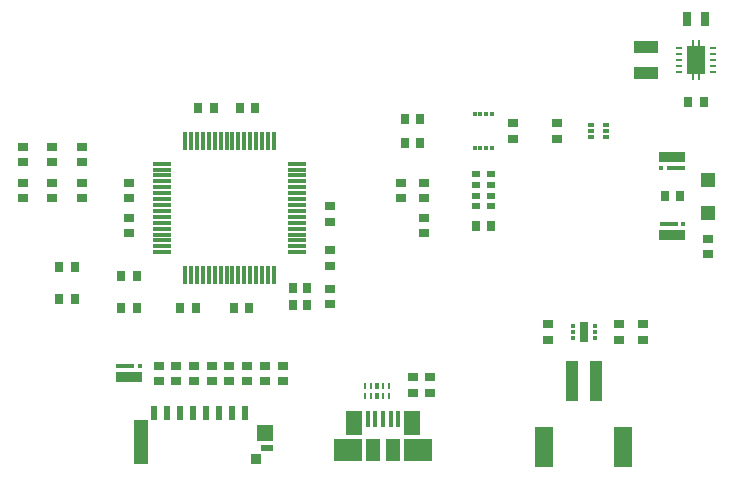
<source format=gtp>
G04*
G04 #@! TF.GenerationSoftware,Altium Limited,CircuitStudio,1.5.1 (13)*
G04*
G04 Layer_Color=7318015*
%FSLAX25Y25*%
%MOIN*%
G70*
G01*
G75*
%ADD10R,0.03150X0.03543*%
%ADD11R,0.04724X0.04724*%
%ADD12R,0.02362X0.01181*%
%ADD13R,0.01181X0.05906*%
%ADD14R,0.05906X0.01181*%
%ADD15R,0.00984X0.01969*%
%ADD16R,0.06496X0.09449*%
%ADD17R,0.02362X0.00945*%
%ADD18R,0.03543X0.02756*%
%ADD19R,0.03150X0.01969*%
%ADD20R,0.03937X0.13780*%
%ADD21R,0.05906X0.13386*%
%ADD22R,0.01772X0.02461*%
%ADD23R,0.00984X0.02461*%
%ADD24R,0.01772X0.01181*%
%ADD25R,0.02756X0.06693*%
%ADD26R,0.01181X0.01772*%
%ADD27R,0.08268X0.03937*%
%ADD28R,0.02756X0.03543*%
%ADD29R,0.03150X0.05118*%
%ADD30R,0.08661X0.03740*%
%ADD31R,0.06201X0.01181*%
%ADD32R,0.01378X0.01181*%
%ADD33R,0.05709X0.05512*%
%ADD34R,0.04724X0.14921*%
%ADD35R,0.02362X0.04921*%
%ADD36R,0.03740X0.03347*%
%ADD37R,0.03937X0.02362*%
%ADD38R,0.05807X0.08268*%
%ADD39R,0.01772X0.05433*%
%ADD40R,0.09350X0.07480*%
%ADD41R,0.04626X0.07480*%
D10*
X580315Y449803D02*
D03*
Y455709D02*
D03*
X585039D02*
D03*
Y449803D02*
D03*
D11*
X718504Y491732D02*
D03*
Y480709D02*
D03*
D12*
X684646Y509842D02*
D03*
Y505905D02*
D03*
Y507874D02*
D03*
X679528Y509842D02*
D03*
Y507874D02*
D03*
Y505905D02*
D03*
D13*
X544291Y504724D02*
D03*
X546260D02*
D03*
X548228D02*
D03*
X550197D02*
D03*
X552165D02*
D03*
X554134D02*
D03*
X556102D02*
D03*
X558071D02*
D03*
X560039D02*
D03*
X562008D02*
D03*
X563976D02*
D03*
X565945D02*
D03*
X567913D02*
D03*
X569882D02*
D03*
X571850D02*
D03*
X573819D02*
D03*
X544291Y459842D02*
D03*
X546260D02*
D03*
X548228D02*
D03*
X550197D02*
D03*
X552165D02*
D03*
X554134D02*
D03*
X556102D02*
D03*
X558071D02*
D03*
X560039D02*
D03*
X562008D02*
D03*
X563976D02*
D03*
X565945D02*
D03*
X567913D02*
D03*
X569882D02*
D03*
X571850D02*
D03*
X573819D02*
D03*
D14*
X581496Y497047D02*
D03*
Y495079D02*
D03*
Y493110D02*
D03*
Y491142D02*
D03*
Y489173D02*
D03*
Y487205D02*
D03*
Y485236D02*
D03*
Y483268D02*
D03*
Y481299D02*
D03*
Y479331D02*
D03*
Y477362D02*
D03*
Y475394D02*
D03*
Y473425D02*
D03*
Y471457D02*
D03*
Y469488D02*
D03*
Y467520D02*
D03*
X536614D02*
D03*
Y469488D02*
D03*
Y471457D02*
D03*
Y473425D02*
D03*
Y475394D02*
D03*
Y477362D02*
D03*
Y479331D02*
D03*
Y481299D02*
D03*
Y483268D02*
D03*
Y485236D02*
D03*
Y487205D02*
D03*
Y489173D02*
D03*
Y491142D02*
D03*
Y493110D02*
D03*
Y495079D02*
D03*
Y497047D02*
D03*
D15*
X715551Y525787D02*
D03*
X713583D02*
D03*
X715551Y537205D02*
D03*
X713583D02*
D03*
D16*
X714567Y531496D02*
D03*
D17*
X720079Y535433D02*
D03*
Y533465D02*
D03*
Y531496D02*
D03*
Y529528D02*
D03*
Y527559D02*
D03*
X709055D02*
D03*
Y529528D02*
D03*
Y531496D02*
D03*
Y533465D02*
D03*
Y535433D02*
D03*
D18*
X509842Y485630D02*
D03*
Y490748D02*
D03*
X500000Y485630D02*
D03*
Y490748D02*
D03*
X490158Y485630D02*
D03*
Y490748D02*
D03*
X668307Y505315D02*
D03*
Y510433D02*
D03*
X592520Y468110D02*
D03*
Y462992D02*
D03*
X576772Y424606D02*
D03*
Y429724D02*
D03*
X570866Y424606D02*
D03*
Y429724D02*
D03*
X535433Y424606D02*
D03*
Y429724D02*
D03*
X564961Y424606D02*
D03*
Y429724D02*
D03*
X559055Y424606D02*
D03*
Y429724D02*
D03*
X541339Y424606D02*
D03*
Y429724D02*
D03*
X525591Y473819D02*
D03*
Y478937D02*
D03*
X625984Y425787D02*
D03*
Y420669D02*
D03*
X696850Y443504D02*
D03*
Y438386D02*
D03*
X624016Y478937D02*
D03*
Y473819D02*
D03*
Y490748D02*
D03*
Y485630D02*
D03*
X718504Y466929D02*
D03*
Y472047D02*
D03*
X509842Y497441D02*
D03*
Y502559D02*
D03*
X500000Y497441D02*
D03*
Y502559D02*
D03*
X490158Y497441D02*
D03*
Y502559D02*
D03*
X653543Y505315D02*
D03*
Y510433D02*
D03*
X620079Y420669D02*
D03*
Y425787D02*
D03*
X547244Y429724D02*
D03*
Y424606D02*
D03*
X553150Y429724D02*
D03*
Y424606D02*
D03*
X592520Y477756D02*
D03*
Y482874D02*
D03*
X525591Y490748D02*
D03*
Y485630D02*
D03*
X592520Y450197D02*
D03*
Y455315D02*
D03*
X665354Y438386D02*
D03*
Y443504D02*
D03*
X688976Y438386D02*
D03*
Y443504D02*
D03*
X616142Y485630D02*
D03*
Y490748D02*
D03*
D19*
X641339Y493504D02*
D03*
Y489961D02*
D03*
Y486417D02*
D03*
Y482874D02*
D03*
X646063D02*
D03*
Y486417D02*
D03*
Y489961D02*
D03*
Y493504D02*
D03*
D20*
X681102Y424606D02*
D03*
X673228D02*
D03*
D21*
X690354Y402756D02*
D03*
X663976D02*
D03*
D22*
X608268Y422784D02*
D03*
Y419685D02*
D03*
D23*
X604331Y419736D02*
D03*
X606299D02*
D03*
X610236D02*
D03*
X612205D02*
D03*
Y422784D02*
D03*
X610236D02*
D03*
X606299D02*
D03*
X604331D02*
D03*
D24*
X673524Y442913D02*
D03*
Y440945D02*
D03*
Y438976D02*
D03*
X680807D02*
D03*
Y440945D02*
D03*
Y442913D02*
D03*
D25*
X677165Y440945D02*
D03*
D26*
X640748Y502264D02*
D03*
Y513484D02*
D03*
X646654Y502264D02*
D03*
X644685D02*
D03*
X642717D02*
D03*
Y513484D02*
D03*
X644685D02*
D03*
X646654D02*
D03*
D27*
X697835Y535827D02*
D03*
Y527165D02*
D03*
D28*
X617520Y511811D02*
D03*
X622638D02*
D03*
X617520Y503937D02*
D03*
X622638D02*
D03*
X507480Y451772D02*
D03*
X502362D02*
D03*
X507480Y462598D02*
D03*
X502362D02*
D03*
X709252Y486221D02*
D03*
X704134D02*
D03*
X528150Y459646D02*
D03*
X523032D02*
D03*
X712008Y517717D02*
D03*
X717126D02*
D03*
X560433Y448819D02*
D03*
X565551D02*
D03*
X542717Y448819D02*
D03*
X547835D02*
D03*
X567520Y515748D02*
D03*
X562402D02*
D03*
X553740Y515748D02*
D03*
X548622D02*
D03*
X646260Y476378D02*
D03*
X641142D02*
D03*
X528150Y448819D02*
D03*
X523032D02*
D03*
D29*
X711417Y545276D02*
D03*
X717717D02*
D03*
D30*
X525591Y425886D02*
D03*
X706693Y473130D02*
D03*
Y499311D02*
D03*
D31*
X524366Y429724D02*
D03*
X705469Y476968D02*
D03*
X707917Y495472D02*
D03*
D32*
X529232Y429724D02*
D03*
X710335Y476968D02*
D03*
X703051Y495472D02*
D03*
D33*
X570768Y407283D02*
D03*
D34*
X529528Y404311D02*
D03*
D35*
X534055Y414075D02*
D03*
X538386D02*
D03*
X542717D02*
D03*
X547047D02*
D03*
X551378D02*
D03*
X555709D02*
D03*
X560039D02*
D03*
X564370D02*
D03*
D36*
X568012Y398524D02*
D03*
D37*
X571654Y402362D02*
D03*
D38*
X619931Y410630D02*
D03*
X600541D02*
D03*
D39*
X615354Y412008D02*
D03*
X612795D02*
D03*
X610236D02*
D03*
X607677D02*
D03*
X605118D02*
D03*
D40*
X598721Y401575D02*
D03*
X621752D02*
D03*
D41*
X606890D02*
D03*
X613583D02*
D03*
M02*

</source>
